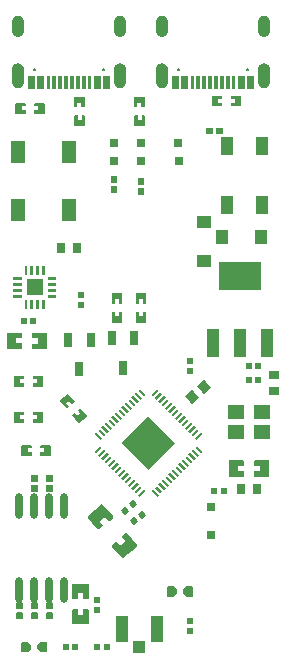
<source format=gtp>
G04 Layer: TopPasteMaskLayer*
G04 EasyEDA Pro v2.2.45.4, 2026-01-02 03:19:05*
G04 Gerber Generator version 0.3*
G04 Scale: 100 percent, Rotated: No, Reflected: No*
G04 Dimensions in millimeters*
G04 Leading zeros omitted, absolute positions, 4 integers and 5 decimals*
G04 Generated by one-click*
%FSLAX45Y45*%
%MOMM*%
%AMRect*21,1,$1,$2,0,0,$3*%
%ADD10R,0.8X0.9*%
%ADD11R,0.8X0.8*%
%ADD12R,1.0X1.2*%
%ADD13R,1.2X1.0*%
%ADD14R,1.05001X2.2*%
%ADD15R,1.0X1.05001*%
%ADD16R,1.0034X1.5*%
%ADD17R,1.0X1.5*%
%ADD18R,0.7X1.25001*%
%ADD19R,1.23X1.85999*%
%ADD20O,0.60899X2.20449*%
%ADD21R,1.05001X2.46499*%
%ADD22R,3.54X2.46499*%
%ADD23R,1.4X1.2*%
%ADD24Rect,0.5X0.54X40.0*%
%ADD25R,0.54X0.5*%
%ADD26R,0.5X0.54*%
%ADD27Rect,0.8X0.9X40.0*%
%ADD28R,0.9X0.8*%
G75*


G04 PolygonModel Start*
G36*
G01X622061Y74602D02*
G01X622061Y102253D01*
G01X649481Y131628D01*
G01X699808Y131628D01*
G01X706209Y125227D01*
G01X706209Y51628D01*
G01X699808Y45227D01*
G01X649481Y45227D01*
G01X622061Y74602D01*
G37*
G36*
G01X570497Y73477D02*
G01X570497Y101128D01*
G01X543077Y130503D01*
G01X492750Y130503D01*
G01X486349Y124102D01*
G01X486349Y50503D01*
G01X492750Y44102D01*
G01X543077Y44102D01*
G01X570497Y73477D01*
G37*
G36*
G01X1853961Y544502D02*
G01X1853961Y572153D01*
G01X1881381Y601528D01*
G01X1931708Y601528D01*
G01X1938109Y595127D01*
G01X1938109Y521528D01*
G01X1931708Y515127D01*
G01X1881381Y515127D01*
G01X1853961Y544502D01*
G37*
G36*
G01X1802397Y543377D02*
G01X1802397Y571028D01*
G01X1774977Y600403D01*
G01X1724650Y600403D01*
G01X1718249Y594002D01*
G01X1718249Y520403D01*
G01X1724650Y514002D01*
G01X1774977Y514002D01*
G01X1802397Y543377D01*
G37*
G36*
G01X1038385Y2045581D02*
G01X986962Y2106864D01*
G01X979916Y2107481D01*
G01X962453Y2092827D01*
G01X986237Y2064484D01*
G01X960957Y2043272D01*
G01X937174Y2071616D01*
G01X918633Y2056058D01*
G01X918019Y2049013D01*
G01X969441Y1987730D01*
G01X976484Y1987114D01*
G01X1037767Y2038537D01*
G01X1038385Y2045581D01*
G37*
G36*
G01X815815Y2170819D02*
G01X867238Y2109536D01*
G01X874284Y2108919D01*
G01X891747Y2123573D01*
G01X867963Y2151916D01*
G01X893243Y2173128D01*
G01X917026Y2144784D01*
G01X935567Y2160342D01*
G01X936181Y2167387D01*
G01X884759Y2228670D01*
G01X877716Y2229286D01*
G01X816433Y2177863D01*
G01X815815Y2170819D01*
G37*
G36*
G01X665602Y2076999D02*
G01X585602Y2076999D01*
G01X580601Y2071997D01*
G01X580601Y2049201D01*
G01X617601Y2049201D01*
G01X617601Y2016201D01*
G01X580601Y2016201D01*
G01X580601Y1991998D01*
G01X585602Y1986999D01*
G01X665602Y1986999D01*
G01X670601Y1991998D01*
G01X670601Y2071997D01*
G01X665602Y2076999D01*
G37*
G36*
G01X426598Y1987001D02*
G01X506598Y1987001D01*
G01X511599Y1992003D01*
G01X511599Y2014799D01*
G01X474599Y2014799D01*
G01X474599Y2047799D01*
G01X511599Y2047799D01*
G01X511599Y2072002D01*
G01X506598Y2077001D01*
G01X426598Y2077001D01*
G01X421599Y2072002D01*
G01X421599Y1992003D01*
G01X426598Y1987001D01*
G37*
G36*
G01X1250401Y3078602D02*
G01X1250401Y2998602D01*
G01X1255403Y2993601D01*
G01X1278199Y2993601D01*
G01X1278199Y3030601D01*
G01X1311199Y3030601D01*
G01X1311199Y2993601D01*
G01X1335402Y2993601D01*
G01X1340401Y2998602D01*
G01X1340401Y3078602D01*
G01X1335402Y3083601D01*
G01X1255403Y3083601D01*
G01X1250401Y3078602D01*
G37*
G36*
G01X1340399Y2839598D02*
G01X1340399Y2919598D01*
G01X1335397Y2924599D01*
G01X1312601Y2924599D01*
G01X1312601Y2887599D01*
G01X1279601Y2887599D01*
G01X1279601Y2924599D01*
G01X1255398Y2924599D01*
G01X1250399Y2919598D01*
G01X1250399Y2839598D01*
G01X1255398Y2834599D01*
G01X1335397Y2834599D01*
G01X1340399Y2839598D01*
G37*
G36*
G01X1543599Y2839598D02*
G01X1543599Y2919598D01*
G01X1538597Y2924599D01*
G01X1515801Y2924599D01*
G01X1515801Y2887599D01*
G01X1482801Y2887599D01*
G01X1482801Y2924599D01*
G01X1458598Y2924599D01*
G01X1453599Y2919598D01*
G01X1453599Y2839598D01*
G01X1458598Y2834599D01*
G01X1538597Y2834599D01*
G01X1543599Y2839598D01*
G37*
G36*
G01X1453601Y3078602D02*
G01X1453601Y2998602D01*
G01X1458603Y2993601D01*
G01X1481399Y2993601D01*
G01X1481399Y3030601D01*
G01X1514399Y3030601D01*
G01X1514399Y2993601D01*
G01X1538602Y2993601D01*
G01X1543601Y2998602D01*
G01X1543601Y3078602D01*
G01X1538602Y3083601D01*
G01X1458603Y3083601D01*
G01X1453601Y3078602D01*
G37*
G36*
G01X1521427Y1421899D02*
G01X1474402Y1374875D01*
G01X1488545Y1360733D01*
G01X1535569Y1407757D01*
G01X1521427Y1421899D01*
G37*
G36*
G01X1323448Y1619878D02*
G01X1276424Y1572854D01*
G01X1290566Y1558711D01*
G01X1337590Y1605736D01*
G01X1323448Y1619878D01*
G37*
G36*
G01X1318854Y1530424D02*
G01X1365878Y1577448D01*
G01X1351736Y1591590D01*
G01X1304711Y1544566D01*
G01X1318854Y1530424D01*
G37*
G36*
G01X1120857Y1728420D02*
G01X1167881Y1775445D01*
G01X1153739Y1789587D01*
G01X1106715Y1742562D01*
G01X1120857Y1728420D01*
G37*
G36*
G01X1493157Y1450169D02*
G01X1446133Y1403145D01*
G01X1460275Y1389003D01*
G01X1507299Y1436027D01*
G01X1493157Y1450169D01*
G37*
G36*
G01X1295160Y1648166D02*
G01X1248136Y1601141D01*
G01X1262278Y1586999D01*
G01X1309302Y1634024D01*
G01X1295160Y1648166D01*
G37*
G36*
G01X1464869Y1478457D02*
G01X1417845Y1431433D01*
G01X1431987Y1417290D01*
G01X1479011Y1464315D01*
G01X1464869Y1478457D01*
G37*
G36*
G01X1266872Y1676453D02*
G01X1219848Y1629429D01*
G01X1233990Y1615287D01*
G01X1281014Y1662311D01*
G01X1266872Y1676453D01*
G37*
G36*
G01X1436581Y1506745D02*
G01X1389557Y1459720D01*
G01X1403699Y1445578D01*
G01X1450723Y1492602D01*
G01X1436581Y1506745D01*
G37*
G36*
G01X1238584Y1704741D02*
G01X1191560Y1657717D01*
G01X1205702Y1643575D01*
G01X1252727Y1690599D01*
G01X1238584Y1704741D01*
G37*
G36*
G01X1347123Y1502154D02*
G01X1394148Y1549178D01*
G01X1380006Y1563320D01*
G01X1332981Y1516296D01*
G01X1347123Y1502154D01*
G37*
G36*
G01X1149145Y1700133D02*
G01X1196169Y1747157D01*
G01X1182027Y1761299D01*
G01X1135003Y1714275D01*
G01X1149145Y1700133D01*
G37*
G36*
G01X1408293Y1535032D02*
G01X1361269Y1488008D01*
G01X1375411Y1473866D01*
G01X1422435Y1520890D01*
G01X1408293Y1535032D01*
G37*
G36*
G01X1210315Y1733011D02*
G01X1163290Y1685987D01*
G01X1177433Y1671845D01*
G01X1224457Y1718869D01*
G01X1210315Y1733011D01*
G37*
G36*
G01X1635636Y1360717D02*
G01X1649778Y1374859D01*
G01X1602755Y1421881D01*
G01X1588613Y1407739D01*
G01X1635636Y1360717D01*
G37*
G36*
G01X1120857Y1903780D02*
G01X1106715Y1889638D01*
G01X1153737Y1842615D01*
G01X1167879Y1856757D01*
G01X1120857Y1903780D01*
G37*
G36*
G01X1663924Y1389004D02*
G01X1678066Y1403147D01*
G01X1631043Y1450169D01*
G01X1616901Y1436027D01*
G01X1663924Y1389004D01*
G37*
G36*
G01X1149145Y1932067D02*
G01X1135003Y1917925D01*
G01X1182025Y1870903D01*
G01X1196167Y1885045D01*
G01X1149145Y1932067D01*
G37*
G36*
G01X1692211Y1417292D02*
G01X1706353Y1431434D01*
G01X1659331Y1478457D01*
G01X1645189Y1464315D01*
G01X1692211Y1417292D01*
G37*
G36*
G01X1177433Y1960355D02*
G01X1163290Y1946213D01*
G01X1210313Y1899191D01*
G01X1224455Y1913333D01*
G01X1177433Y1960355D01*
G37*
G36*
G01X1205702Y1988625D02*
G01X1191560Y1974483D01*
G01X1238583Y1927461D01*
G01X1252725Y1941603D01*
G01X1205702Y1988625D01*
G37*
G36*
G01X1687601Y1506727D02*
G01X1673459Y1492584D01*
G01X1720481Y1445562D01*
G01X1734623Y1459704D01*
G01X1687601Y1506727D01*
G37*
G36*
G01X1748769Y1473850D02*
G01X1762911Y1487992D01*
G01X1715889Y1535014D01*
G01X1701747Y1520872D01*
G01X1748769Y1473850D01*
G37*
G36*
G01X1233990Y2016913D02*
G01X1219848Y2002771D01*
G01X1266870Y1955748D01*
G01X1281013Y1969890D01*
G01X1233990Y2016913D01*
G37*
G36*
G01X1777057Y1502138D02*
G01X1791199Y1516280D01*
G01X1744176Y1563302D01*
G01X1730034Y1549160D01*
G01X1777057Y1502138D01*
G37*
G36*
G01X1262278Y2045201D02*
G01X1248136Y2031059D01*
G01X1295158Y1984036D01*
G01X1309300Y1998178D01*
G01X1262278Y2045201D01*
G37*
G36*
G01X1805345Y1530425D02*
G01X1819487Y1544568D01*
G01X1772464Y1591590D01*
G01X1758322Y1577448D01*
G01X1805345Y1530425D01*
G37*
G36*
G01X1290566Y2073489D02*
G01X1276424Y2059346D01*
G01X1323446Y2012324D01*
G01X1337588Y2026466D01*
G01X1290566Y2073489D01*
G37*
G36*
G01X1833632Y1558713D02*
G01X1847775Y1572855D01*
G01X1800752Y1619878D01*
G01X1786610Y1605736D01*
G01X1833632Y1558713D01*
G37*
G36*
G01X1318854Y2101776D02*
G01X1304711Y2087634D01*
G01X1351734Y2040612D01*
G01X1365876Y2054754D01*
G01X1318854Y2101776D01*
G37*
G36*
G01X1861902Y1586983D02*
G01X1876044Y1601125D01*
G01X1829022Y1648148D01*
G01X1814880Y1634006D01*
G01X1861902Y1586983D01*
G37*
G36*
G01X1347123Y2130046D02*
G01X1332981Y2115904D01*
G01X1380004Y2068882D01*
G01X1394146Y2083024D01*
G01X1347123Y2130046D01*
G37*
G36*
G01X1890190Y1615271D02*
G01X1904332Y1629413D01*
G01X1857310Y1676435D01*
G01X1843168Y1662293D01*
G01X1890190Y1615271D01*
G37*
G36*
G01X1375411Y2158334D02*
G01X1361269Y2144192D01*
G01X1408292Y2097169D01*
G01X1422434Y2111312D01*
G01X1375411Y2158334D01*
G37*
G36*
G01X1403699Y2186622D02*
G01X1389557Y2172480D01*
G01X1436579Y2125457D01*
G01X1450721Y2139599D01*
G01X1403699Y2186622D01*
G37*
G36*
G01X1885598Y1704723D02*
G01X1871455Y1690581D01*
G01X1918478Y1643559D01*
G01X1932620Y1657701D01*
G01X1885598Y1704723D01*
G37*
G36*
G01X1946766Y1671847D02*
G01X1960908Y1685989D01*
G01X1913885Y1733011D01*
G01X1899743Y1718869D01*
G01X1946766Y1671847D01*
G37*
G36*
G01X1431987Y2214910D02*
G01X1417845Y2200767D01*
G01X1464867Y2153745D01*
G01X1479009Y2167887D01*
G01X1431987Y2214910D01*
G37*
G36*
G01X1975053Y1700134D02*
G01X1989196Y1714276D01*
G01X1942173Y1761299D01*
G01X1928031Y1747157D01*
G01X1975053Y1700134D01*
G37*
G36*
G01X1460275Y2243197D02*
G01X1446133Y2229055D01*
G01X1493155Y2182033D01*
G01X1507297Y2196175D01*
G01X1460275Y2243197D01*
G37*
G36*
G01X2003323Y1728404D02*
G01X2017465Y1742546D01*
G01X1970443Y1789569D01*
G01X1956301Y1775427D01*
G01X2003323Y1728404D01*
G37*
G36*
G01X1488545Y2271467D02*
G01X1474402Y2257325D01*
G01X1521425Y2210303D01*
G01X1535567Y2224445D01*
G01X1488545Y2271467D01*
G37*
G36*
G01X1635638Y2271485D02*
G01X1588615Y2224463D01*
G01X1602757Y2210321D01*
G01X1649780Y2257343D01*
G01X1635638Y2271485D01*
G37*
G36*
G01X1833634Y2073489D02*
G01X1786612Y2026466D01*
G01X1800754Y2012324D01*
G01X1847776Y2059346D01*
G01X1833634Y2073489D01*
G37*
G36*
G01X1772466Y2040612D02*
G01X1819489Y2087634D01*
G01X1805346Y2101776D01*
G01X1758324Y2054754D01*
G01X1772466Y2040612D01*
G37*
G36*
G01X1970445Y1842633D02*
G01X2017467Y1889655D01*
G01X2003325Y1903798D01*
G01X1956303Y1856775D01*
G01X1970445Y1842633D01*
G37*
G36*
G01X1663925Y2243197D02*
G01X1616903Y2196175D01*
G01X1631045Y2182033D01*
G01X1678067Y2229055D01*
G01X1663925Y2243197D01*
G37*
G36*
G01X1861904Y2045219D02*
G01X1814882Y1998196D01*
G01X1829024Y1984054D01*
G01X1876046Y2031077D01*
G01X1861904Y2045219D01*
G37*
G36*
G01X1692213Y2214910D02*
G01X1645191Y2167887D01*
G01X1659333Y2153745D01*
G01X1706355Y2200767D01*
G01X1692213Y2214910D01*
G37*
G36*
G01X1890192Y2016931D02*
G01X1843169Y1969908D01*
G01X1857312Y1955766D01*
G01X1904334Y2002789D01*
G01X1890192Y2016931D01*
G37*
G36*
G01X1720483Y2186640D02*
G01X1673461Y2139617D01*
G01X1687603Y2125475D01*
G01X1734625Y2172498D01*
G01X1720483Y2186640D01*
G37*
G36*
G01X1918480Y1988643D02*
G01X1871457Y1941621D01*
G01X1885599Y1927479D01*
G01X1932622Y1974501D01*
G01X1918480Y1988643D01*
G37*
G36*
G01X1744178Y2068900D02*
G01X1791201Y2115922D01*
G01X1777059Y2130064D01*
G01X1730036Y2083042D01*
G01X1744178Y2068900D01*
G37*
G36*
G01X1942175Y1870903D02*
G01X1989197Y1917925D01*
G01X1975055Y1932067D01*
G01X1928033Y1885045D01*
G01X1942175Y1870903D01*
G37*
G36*
G01X1748771Y2158352D02*
G01X1701748Y2111330D01*
G01X1715890Y2097187D01*
G01X1762913Y2144210D01*
G01X1748771Y2158352D01*
G37*
G36*
G01X1946767Y1960355D02*
G01X1899745Y1913333D01*
G01X1913887Y1899191D01*
G01X1960910Y1946213D01*
G01X1946767Y1960355D01*
G37*
G36*
G01X1562082Y1589826D02*
G01X1335808Y1816100D01*
G01X1562082Y2042374D01*
G01X1788356Y1816100D01*
G01X1562082Y1589826D01*
G37*
G36*
G01X878992Y4810663D02*
G01X878992Y4925665D01*
G01X848992Y4925665D01*
G01X848992Y4810663D01*
G01X878992Y4810663D01*
G37*
G36*
G01X798980Y4925665D02*
G01X798980Y4810663D01*
G01X828980Y4810663D01*
G01X828980Y4925665D01*
G01X798980Y4925665D01*
G37*
G36*
G01X679000Y4810663D02*
G01X679000Y4925665D01*
G01X619001Y4925665D01*
G01X619001Y4810663D01*
G01X679000Y4810663D01*
G37*
G36*
G01X928980Y4810663D02*
G01X928980Y4925665D01*
G01X898980Y4925665D01*
G01X898980Y4810663D01*
G01X928980Y4810663D01*
G37*
G36*
G01X978992Y4810663D02*
G01X978992Y4925665D01*
G01X948992Y4925665D01*
G01X948992Y4810663D01*
G01X978992Y4810663D01*
G37*
G36*
G01X748993Y4925665D02*
G01X748993Y4810663D01*
G01X778993Y4810663D01*
G01X778993Y4925665D01*
G01X748993Y4925665D01*
G37*
G36*
G01X1178999Y4925665D02*
G01X1178999Y4810663D01*
G01X1238999Y4810663D01*
G01X1238999Y4925665D01*
G01X1178999Y4925665D01*
G37*
G36*
G01X698980Y4925665D02*
G01X698980Y4810663D01*
G01X728980Y4810663D01*
G01X728980Y4925665D01*
G01X698980Y4925665D01*
G37*
G36*
G01X539001Y4925665D02*
G01X539001Y4810663D01*
G01X599001Y4810663D01*
G01X599001Y4925665D01*
G01X539001Y4925665D01*
G37*
G36*
G01X1099000Y4925665D02*
G01X1099000Y4810663D01*
G01X1158999Y4810663D01*
G01X1158999Y4925665D01*
G01X1099000Y4925665D01*
G37*
G36*
G01X1028979Y4810663D02*
G01X1028979Y4925665D01*
G01X998979Y4925665D01*
G01X998979Y4810663D01*
G01X1028979Y4810663D01*
G37*
G36*
G01X1048992Y4925665D02*
G01X1048992Y4810663D01*
G01X1078992Y4810663D01*
G01X1078992Y4925665D01*
G01X1048992Y4925665D01*
G37*
G36*
G01X453273Y4819767D02*
G01X455762Y4819642D01*
G01X458257Y4819642D01*
G01X460746Y4819767D01*
G01X463227Y4820016D01*
G01X465691Y4820387D01*
G01X468135Y4820882D01*
G01X470550Y4821497D01*
G01X472933Y4822231D01*
G01X475277Y4823084D01*
G01X477573Y4824052D01*
G01X479821Y4825134D01*
G01X482008Y4826325D01*
G01X484137Y4827626D01*
G01X486197Y4829030D01*
G01X488183Y4830536D01*
G01X490093Y4832139D01*
G01X491922Y4833833D01*
G01X493662Y4835619D01*
G01X495313Y4837488D01*
G01X496867Y4839437D01*
G01X498323Y4841461D01*
G01X499674Y4843556D01*
G01X500921Y4845715D01*
G01X502059Y4847933D01*
G01X503083Y4850206D01*
G01X503994Y4852525D01*
G01X504787Y4854890D01*
G01X505463Y4857290D01*
G01X506019Y4859719D01*
G01X506451Y4862175D01*
G01X506760Y4864649D01*
G01X506948Y4867135D01*
G01X507009Y4869627D01*
G01X507009Y4979629D01*
G01X506948Y4982121D01*
G01X506760Y4984608D01*
G01X506451Y4987082D01*
G01X506019Y4989538D01*
G01X505463Y4991966D01*
G01X504787Y4994366D01*
G01X503994Y4996731D01*
G01X503083Y4999050D01*
G01X502059Y5001324D01*
G01X500921Y5003541D01*
G01X499674Y5005700D01*
G01X498323Y5007795D01*
G01X496867Y5009820D01*
G01X495313Y5011768D01*
G01X493662Y5013637D01*
G01X491922Y5015423D01*
G01X490093Y5017117D01*
G01X488183Y5018720D01*
G01X486197Y5020226D01*
G01X484137Y5021631D01*
G01X482008Y5022931D01*
G01X479821Y5024123D01*
G01X477573Y5025205D01*
G01X475277Y5026172D01*
G01X472933Y5027026D01*
G01X470550Y5027760D01*
G01X468135Y5028375D01*
G01X465691Y5028870D01*
G01X463227Y5029241D01*
G01X460746Y5029490D01*
G01X458257Y5029614D01*
G01X455762Y5029614D01*
G01X453273Y5029490D01*
G01X450792Y5029241D01*
G01X448328Y5028870D01*
G01X445884Y5028375D01*
G01X443469Y5027760D01*
G01X441086Y5027026D01*
G01X438742Y5026172D01*
G01X436446Y5025205D01*
G01X434198Y5024123D01*
G01X432008Y5022931D01*
G01X429882Y5021631D01*
G01X427822Y5020226D01*
G01X425836Y5018720D01*
G01X423926Y5017117D01*
G01X422097Y5015423D01*
G01X420357Y5013637D01*
G01X418706Y5011768D01*
G01X417152Y5009820D01*
G01X415696Y5007795D01*
G01X414345Y5005700D01*
G01X413098Y5003541D01*
G01X411960Y5001324D01*
G01X410936Y4999050D01*
G01X410025Y4996731D01*
G01X409232Y4994366D01*
G01X408556Y4991966D01*
G01X408000Y4989538D01*
G01X407568Y4987082D01*
G01X407259Y4984608D01*
G01X407071Y4982121D01*
G01X407010Y4979629D01*
G01X407010Y4869627D01*
G01X407071Y4867135D01*
G01X407259Y4864649D01*
G01X407568Y4862175D01*
G01X408000Y4859719D01*
G01X408556Y4857290D01*
G01X409232Y4854890D01*
G01X410025Y4852525D01*
G01X410936Y4850206D01*
G01X411960Y4847933D01*
G01X413098Y4845715D01*
G01X414345Y4843556D01*
G01X415696Y4841461D01*
G01X417152Y4839437D01*
G01X418706Y4837488D01*
G01X420357Y4835619D01*
G01X422097Y4833833D01*
G01X423926Y4832139D01*
G01X425836Y4830536D01*
G01X427822Y4829030D01*
G01X429882Y4827626D01*
G01X432008Y4826325D01*
G01X434198Y4825134D01*
G01X436446Y4824052D01*
G01X438742Y4823084D01*
G01X441086Y4822231D01*
G01X443469Y4821497D01*
G01X445884Y4820882D01*
G01X448328Y4820387D01*
G01X450792Y4820016D01*
G01X453273Y4819767D01*
G37*
G36*
G01X1317254Y4819767D02*
G01X1319743Y4819642D01*
G01X1322238Y4819642D01*
G01X1324727Y4819767D01*
G01X1327208Y4820016D01*
G01X1329672Y4820387D01*
G01X1332116Y4820882D01*
G01X1334531Y4821497D01*
G01X1336914Y4822231D01*
G01X1339258Y4823084D01*
G01X1341554Y4824052D01*
G01X1343802Y4825134D01*
G01X1345989Y4826325D01*
G01X1348118Y4827626D01*
G01X1350178Y4829030D01*
G01X1352164Y4830536D01*
G01X1354074Y4832139D01*
G01X1355903Y4833833D01*
G01X1357643Y4835619D01*
G01X1359294Y4837488D01*
G01X1360848Y4839437D01*
G01X1362304Y4841461D01*
G01X1363655Y4843556D01*
G01X1364902Y4845715D01*
G01X1366040Y4847933D01*
G01X1367064Y4850206D01*
G01X1367975Y4852525D01*
G01X1368768Y4854890D01*
G01X1369444Y4857290D01*
G01X1370000Y4859719D01*
G01X1370432Y4862175D01*
G01X1370741Y4864649D01*
G01X1370929Y4867135D01*
G01X1370990Y4869627D01*
G01X1370990Y4979629D01*
G01X1370929Y4982121D01*
G01X1370741Y4984608D01*
G01X1370432Y4987082D01*
G01X1370000Y4989538D01*
G01X1369444Y4991966D01*
G01X1368768Y4994366D01*
G01X1367975Y4996731D01*
G01X1367064Y4999050D01*
G01X1366040Y5001324D01*
G01X1364902Y5003541D01*
G01X1363655Y5005700D01*
G01X1362304Y5007795D01*
G01X1360848Y5009820D01*
G01X1359294Y5011768D01*
G01X1357643Y5013637D01*
G01X1355903Y5015423D01*
G01X1354074Y5017117D01*
G01X1352164Y5018720D01*
G01X1350178Y5020226D01*
G01X1348118Y5021631D01*
G01X1345989Y5022931D01*
G01X1343802Y5024123D01*
G01X1341554Y5025205D01*
G01X1339258Y5026172D01*
G01X1336914Y5027026D01*
G01X1334531Y5027760D01*
G01X1332116Y5028375D01*
G01X1329672Y5028870D01*
G01X1327208Y5029241D01*
G01X1324727Y5029490D01*
G01X1322238Y5029614D01*
G01X1319743Y5029614D01*
G01X1317254Y5029490D01*
G01X1314773Y5029241D01*
G01X1312309Y5028870D01*
G01X1309865Y5028375D01*
G01X1307450Y5027760D01*
G01X1305067Y5027026D01*
G01X1302723Y5026172D01*
G01X1300427Y5025205D01*
G01X1298179Y5024123D01*
G01X1295989Y5022931D01*
G01X1293863Y5021631D01*
G01X1291803Y5020226D01*
G01X1289817Y5018720D01*
G01X1287907Y5017117D01*
G01X1286078Y5015423D01*
G01X1284338Y5013637D01*
G01X1282687Y5011768D01*
G01X1281133Y5009820D01*
G01X1279677Y5007795D01*
G01X1278326Y5005700D01*
G01X1277079Y5003541D01*
G01X1275941Y5001324D01*
G01X1274917Y4999050D01*
G01X1274006Y4996731D01*
G01X1273213Y4994366D01*
G01X1272537Y4991966D01*
G01X1271981Y4989538D01*
G01X1271549Y4987082D01*
G01X1271240Y4984608D01*
G01X1271052Y4982121D01*
G01X1270991Y4979629D01*
G01X1270991Y4869627D01*
G01X1271052Y4867135D01*
G01X1271240Y4864649D01*
G01X1271549Y4862175D01*
G01X1271981Y4859719D01*
G01X1272537Y4857290D01*
G01X1273213Y4854890D01*
G01X1274006Y4852525D01*
G01X1274917Y4850206D01*
G01X1275941Y4847933D01*
G01X1277079Y4845715D01*
G01X1278326Y4843556D01*
G01X1279677Y4841461D01*
G01X1281133Y4839437D01*
G01X1282687Y4837488D01*
G01X1284338Y4835619D01*
G01X1286078Y4833833D01*
G01X1287907Y4832139D01*
G01X1289817Y4830536D01*
G01X1291803Y4829030D01*
G01X1293863Y4827626D01*
G01X1295989Y4826325D01*
G01X1298179Y4825134D01*
G01X1300427Y4824052D01*
G01X1302723Y4823084D01*
G01X1305067Y4822231D01*
G01X1307450Y4821497D01*
G01X1309865Y4820882D01*
G01X1312309Y4820387D01*
G01X1314773Y4820016D01*
G01X1317254Y4819767D01*
G37*
G36*
G01X1178621Y4962106D02*
G01X1181120Y4962489D01*
G01X1183493Y4963368D01*
G01X1185639Y4964707D01*
G01X1187473Y4966449D01*
G01X1188918Y4968524D01*
G01X1189914Y4970849D01*
G01X1190424Y4973325D01*
G01X1190424Y4975855D01*
G01X1189914Y4978331D01*
G01X1188918Y4980656D01*
G01X1187473Y4982731D01*
G01X1185639Y4984473D01*
G01X1183493Y4985812D01*
G01X1181120Y4986691D01*
G01X1178621Y4987074D01*
G01X1176096Y4986945D01*
G01X1173648Y4986312D01*
G01X1171377Y4985197D01*
G01X1169378Y4983650D01*
G01X1167729Y4981730D01*
G01X1166503Y4979520D01*
G01X1165746Y4977107D01*
G01X1165489Y4974590D01*
G01X1165746Y4972073D01*
G01X1166503Y4969660D01*
G01X1167729Y4967450D01*
G01X1169378Y4965530D01*
G01X1171377Y4963983D01*
G01X1173648Y4962868D01*
G01X1176096Y4962235D01*
G01X1178621Y4962106D01*
G37*
G36*
G01X598094Y4962235D02*
G01X600619Y4962106D01*
G01X603118Y4962489D01*
G01X605490Y4963368D01*
G01X607637Y4964707D01*
G01X609470Y4966449D01*
G01X610916Y4968524D01*
G01X611911Y4970849D01*
G01X612422Y4973325D01*
G01X612422Y4975855D01*
G01X611911Y4978331D01*
G01X610916Y4980656D01*
G01X609470Y4982731D01*
G01X607637Y4984473D01*
G01X605490Y4985812D01*
G01X603118Y4986691D01*
G01X600619Y4987074D01*
G01X598094Y4986945D01*
G01X595645Y4986312D01*
G01X593374Y4985197D01*
G01X591376Y4983650D01*
G01X589727Y4981730D01*
G01X588500Y4979520D01*
G01X587743Y4977107D01*
G01X587487Y4974590D01*
G01X587743Y4972073D01*
G01X588500Y4969660D01*
G01X589727Y4967450D01*
G01X591376Y4965530D01*
G01X593374Y4963983D01*
G01X595645Y4962868D01*
G01X598094Y4962235D01*
G37*
G36*
G01X458257Y5252651D02*
G01X460746Y5252776D01*
G01X463227Y5253025D01*
G01X465691Y5253396D01*
G01X468135Y5253891D01*
G01X470550Y5254506D01*
G01X472933Y5255240D01*
G01X475277Y5256093D01*
G01X477573Y5257061D01*
G01X479821Y5258143D01*
G01X482008Y5259334D01*
G01X484137Y5260635D01*
G01X486197Y5262039D01*
G01X488183Y5263545D01*
G01X490093Y5265148D01*
G01X491922Y5266842D01*
G01X493662Y5268628D01*
G01X495313Y5270497D01*
G01X496867Y5272446D01*
G01X498323Y5274470D01*
G01X499674Y5276566D01*
G01X500921Y5278725D01*
G01X502059Y5280942D01*
G01X503083Y5283215D01*
G01X503994Y5285534D01*
G01X504787Y5287899D01*
G01X505463Y5290299D01*
G01X506019Y5292728D01*
G01X506451Y5295184D01*
G01X506760Y5297658D01*
G01X506948Y5300144D01*
G01X507009Y5302636D01*
G01X507009Y5382636D01*
G01X506948Y5385128D01*
G01X506760Y5387614D01*
G01X506451Y5390088D01*
G01X506019Y5392544D01*
G01X505463Y5394973D01*
G01X504787Y5397373D01*
G01X503994Y5399738D01*
G01X503083Y5402057D01*
G01X502059Y5404330D01*
G01X500921Y5406547D01*
G01X499674Y5408706D01*
G01X498323Y5410802D01*
G01X496867Y5412826D01*
G01X495313Y5414775D01*
G01X493662Y5416644D01*
G01X491922Y5418430D01*
G01X490093Y5420124D01*
G01X488183Y5421727D01*
G01X486197Y5423233D01*
G01X484137Y5424637D01*
G01X482008Y5425938D01*
G01X479821Y5427129D01*
G01X477573Y5428211D01*
G01X475277Y5429179D01*
G01X472933Y5430032D01*
G01X470550Y5430766D01*
G01X468135Y5431381D01*
G01X465691Y5431876D01*
G01X463227Y5432247D01*
G01X460746Y5432496D01*
G01X458257Y5432621D01*
G01X455762Y5432621D01*
G01X453273Y5432496D01*
G01X450792Y5432247D01*
G01X448328Y5431876D01*
G01X445884Y5431381D01*
G01X443469Y5430766D01*
G01X441086Y5430032D01*
G01X438742Y5429179D01*
G01X436446Y5428211D01*
G01X434198Y5427129D01*
G01X432008Y5425938D01*
G01X429882Y5424637D01*
G01X427822Y5423233D01*
G01X425836Y5421727D01*
G01X423926Y5420124D01*
G01X422097Y5418430D01*
G01X420357Y5416644D01*
G01X418706Y5414775D01*
G01X417152Y5412826D01*
G01X415696Y5410802D01*
G01X414345Y5408706D01*
G01X413098Y5406547D01*
G01X411960Y5404330D01*
G01X410936Y5402057D01*
G01X410025Y5399738D01*
G01X409232Y5397373D01*
G01X408556Y5394973D01*
G01X408000Y5392544D01*
G01X407568Y5390088D01*
G01X407259Y5387614D01*
G01X407071Y5385128D01*
G01X407010Y5382636D01*
G01X407010Y5302636D01*
G01X407071Y5300144D01*
G01X407259Y5297658D01*
G01X407568Y5295184D01*
G01X408000Y5292728D01*
G01X408556Y5290299D01*
G01X409232Y5287899D01*
G01X410025Y5285534D01*
G01X410936Y5283215D01*
G01X411960Y5280942D01*
G01X413098Y5278725D01*
G01X414345Y5276566D01*
G01X415696Y5274470D01*
G01X417152Y5272446D01*
G01X418706Y5270497D01*
G01X420357Y5268628D01*
G01X422097Y5266842D01*
G01X423926Y5265148D01*
G01X425836Y5263545D01*
G01X427822Y5262039D01*
G01X429882Y5260635D01*
G01X432008Y5259334D01*
G01X434198Y5258143D01*
G01X436446Y5257061D01*
G01X438742Y5256093D01*
G01X441086Y5255240D01*
G01X443469Y5254506D01*
G01X445884Y5253891D01*
G01X448328Y5253396D01*
G01X450792Y5253025D01*
G01X453273Y5252776D01*
G01X455762Y5252651D01*
G01X458257Y5252651D01*
G37*
G36*
G01X1317254Y5252776D02*
G01X1319743Y5252651D01*
G01X1322238Y5252651D01*
G01X1324727Y5252776D01*
G01X1327208Y5253025D01*
G01X1329672Y5253396D01*
G01X1332116Y5253891D01*
G01X1334531Y5254506D01*
G01X1336914Y5255240D01*
G01X1339258Y5256093D01*
G01X1341554Y5257061D01*
G01X1343802Y5258143D01*
G01X1345989Y5259334D01*
G01X1348118Y5260635D01*
G01X1350178Y5262039D01*
G01X1352164Y5263545D01*
G01X1354074Y5265148D01*
G01X1355903Y5266842D01*
G01X1357643Y5268628D01*
G01X1359294Y5270497D01*
G01X1360848Y5272446D01*
G01X1362304Y5274470D01*
G01X1363655Y5276566D01*
G01X1364902Y5278725D01*
G01X1366040Y5280942D01*
G01X1367064Y5283215D01*
G01X1367975Y5285534D01*
G01X1368768Y5287899D01*
G01X1369444Y5290299D01*
G01X1370000Y5292728D01*
G01X1370432Y5295184D01*
G01X1370741Y5297658D01*
G01X1370929Y5300144D01*
G01X1370990Y5302636D01*
G01X1370990Y5382636D01*
G01X1370929Y5385128D01*
G01X1370741Y5387614D01*
G01X1370432Y5390088D01*
G01X1370000Y5392544D01*
G01X1369444Y5394973D01*
G01X1368768Y5397373D01*
G01X1367975Y5399738D01*
G01X1367064Y5402057D01*
G01X1366040Y5404330D01*
G01X1364902Y5406547D01*
G01X1363655Y5408706D01*
G01X1362304Y5410802D01*
G01X1360848Y5412826D01*
G01X1359294Y5414775D01*
G01X1357643Y5416644D01*
G01X1355903Y5418430D01*
G01X1354074Y5420124D01*
G01X1352164Y5421727D01*
G01X1350178Y5423233D01*
G01X1348118Y5424637D01*
G01X1345989Y5425938D01*
G01X1343802Y5427129D01*
G01X1341554Y5428211D01*
G01X1339258Y5429179D01*
G01X1336914Y5430032D01*
G01X1334531Y5430766D01*
G01X1332116Y5431381D01*
G01X1329672Y5431876D01*
G01X1327208Y5432247D01*
G01X1324727Y5432496D01*
G01X1322238Y5432621D01*
G01X1319743Y5432621D01*
G01X1317254Y5432496D01*
G01X1314773Y5432247D01*
G01X1312309Y5431876D01*
G01X1309865Y5431381D01*
G01X1307450Y5430766D01*
G01X1305067Y5430032D01*
G01X1302723Y5429179D01*
G01X1300427Y5428211D01*
G01X1298179Y5427129D01*
G01X1295989Y5425938D01*
G01X1293863Y5424637D01*
G01X1291803Y5423233D01*
G01X1289817Y5421727D01*
G01X1287907Y5420124D01*
G01X1286078Y5418430D01*
G01X1284338Y5416644D01*
G01X1282687Y5414775D01*
G01X1281133Y5412826D01*
G01X1279677Y5410802D01*
G01X1278326Y5408706D01*
G01X1277079Y5406547D01*
G01X1275941Y5404330D01*
G01X1274917Y5402057D01*
G01X1274006Y5399738D01*
G01X1273213Y5397373D01*
G01X1272537Y5394973D01*
G01X1271981Y5392544D01*
G01X1271549Y5390088D01*
G01X1271240Y5387614D01*
G01X1271052Y5385128D01*
G01X1270991Y5382636D01*
G01X1270991Y5302636D01*
G01X1271052Y5300144D01*
G01X1271240Y5297658D01*
G01X1271549Y5295184D01*
G01X1271981Y5292728D01*
G01X1272537Y5290299D01*
G01X1273213Y5287899D01*
G01X1274006Y5285534D01*
G01X1274917Y5283215D01*
G01X1275941Y5280942D01*
G01X1277079Y5278725D01*
G01X1278326Y5276566D01*
G01X1279677Y5274470D01*
G01X1281133Y5272446D01*
G01X1282687Y5270497D01*
G01X1284338Y5268628D01*
G01X1286078Y5266842D01*
G01X1287907Y5265148D01*
G01X1289817Y5263545D01*
G01X1291803Y5262039D01*
G01X1293863Y5260635D01*
G01X1295989Y5259334D01*
G01X1298179Y5258143D01*
G01X1300427Y5257061D01*
G01X1302723Y5256093D01*
G01X1305067Y5255240D01*
G01X1307450Y5254506D01*
G01X1309865Y5253891D01*
G01X1312309Y5253396D01*
G01X1314773Y5253025D01*
G01X1317254Y5252776D01*
G37*
G36*
G01X2098192Y4810663D02*
G01X2098192Y4925665D01*
G01X2068192Y4925665D01*
G01X2068192Y4810663D01*
G01X2098192Y4810663D01*
G37*
G36*
G01X2018180Y4925665D02*
G01X2018180Y4810663D01*
G01X2048180Y4810663D01*
G01X2048180Y4925665D01*
G01X2018180Y4925665D01*
G37*
G36*
G01X1898200Y4810663D02*
G01X1898200Y4925665D01*
G01X1838201Y4925665D01*
G01X1838201Y4810663D01*
G01X1898200Y4810663D01*
G37*
G36*
G01X2148180Y4810663D02*
G01X2148180Y4925665D01*
G01X2118180Y4925665D01*
G01X2118180Y4810663D01*
G01X2148180Y4810663D01*
G37*
G36*
G01X2198192Y4810663D02*
G01X2198192Y4925665D01*
G01X2168192Y4925665D01*
G01X2168192Y4810663D01*
G01X2198192Y4810663D01*
G37*
G36*
G01X1968193Y4925665D02*
G01X1968193Y4810663D01*
G01X1998193Y4810663D01*
G01X1998193Y4925665D01*
G01X1968193Y4925665D01*
G37*
G36*
G01X2398199Y4925665D02*
G01X2398199Y4810663D01*
G01X2458199Y4810663D01*
G01X2458199Y4925665D01*
G01X2398199Y4925665D01*
G37*
G36*
G01X1918180Y4925665D02*
G01X1918180Y4810663D01*
G01X1948180Y4810663D01*
G01X1948180Y4925665D01*
G01X1918180Y4925665D01*
G37*
G36*
G01X1758201Y4925665D02*
G01X1758201Y4810663D01*
G01X1818201Y4810663D01*
G01X1818201Y4925665D01*
G01X1758201Y4925665D01*
G37*
G36*
G01X2318200Y4925665D02*
G01X2318200Y4810663D01*
G01X2378199Y4810663D01*
G01X2378199Y4925665D01*
G01X2318200Y4925665D01*
G37*
G36*
G01X2248179Y4810663D02*
G01X2248179Y4925665D01*
G01X2218179Y4925665D01*
G01X2218179Y4810663D01*
G01X2248179Y4810663D01*
G37*
G36*
G01X2268192Y4925665D02*
G01X2268192Y4810663D01*
G01X2298192Y4810663D01*
G01X2298192Y4925665D01*
G01X2268192Y4925665D01*
G37*
G36*
G01X1672473Y4819767D02*
G01X1674962Y4819642D01*
G01X1677457Y4819642D01*
G01X1679946Y4819767D01*
G01X1682427Y4820016D01*
G01X1684891Y4820387D01*
G01X1687335Y4820882D01*
G01X1689750Y4821497D01*
G01X1692133Y4822231D01*
G01X1694477Y4823084D01*
G01X1696773Y4824052D01*
G01X1699021Y4825134D01*
G01X1701208Y4826325D01*
G01X1703337Y4827626D01*
G01X1705397Y4829030D01*
G01X1707383Y4830536D01*
G01X1709293Y4832139D01*
G01X1711122Y4833833D01*
G01X1712862Y4835619D01*
G01X1714513Y4837488D01*
G01X1716067Y4839437D01*
G01X1717523Y4841461D01*
G01X1718874Y4843556D01*
G01X1720121Y4845715D01*
G01X1721259Y4847933D01*
G01X1722283Y4850206D01*
G01X1723194Y4852525D01*
G01X1723987Y4854890D01*
G01X1724663Y4857290D01*
G01X1725219Y4859719D01*
G01X1725651Y4862175D01*
G01X1725960Y4864649D01*
G01X1726148Y4867135D01*
G01X1726209Y4869627D01*
G01X1726209Y4979629D01*
G01X1726148Y4982121D01*
G01X1725960Y4984608D01*
G01X1725651Y4987082D01*
G01X1725219Y4989538D01*
G01X1724663Y4991966D01*
G01X1723987Y4994366D01*
G01X1723194Y4996731D01*
G01X1722283Y4999050D01*
G01X1721259Y5001324D01*
G01X1720121Y5003541D01*
G01X1718874Y5005700D01*
G01X1717523Y5007795D01*
G01X1716067Y5009820D01*
G01X1714513Y5011768D01*
G01X1712862Y5013637D01*
G01X1711122Y5015423D01*
G01X1709293Y5017117D01*
G01X1707383Y5018720D01*
G01X1705397Y5020226D01*
G01X1703337Y5021631D01*
G01X1701208Y5022931D01*
G01X1699021Y5024123D01*
G01X1696773Y5025205D01*
G01X1694477Y5026172D01*
G01X1692133Y5027026D01*
G01X1689750Y5027760D01*
G01X1687335Y5028375D01*
G01X1684891Y5028870D01*
G01X1682427Y5029241D01*
G01X1679946Y5029490D01*
G01X1677457Y5029614D01*
G01X1674962Y5029614D01*
G01X1672473Y5029490D01*
G01X1669992Y5029241D01*
G01X1667528Y5028870D01*
G01X1665084Y5028375D01*
G01X1662669Y5027760D01*
G01X1660286Y5027026D01*
G01X1657942Y5026172D01*
G01X1655646Y5025205D01*
G01X1653398Y5024123D01*
G01X1651208Y5022931D01*
G01X1649082Y5021631D01*
G01X1647022Y5020226D01*
G01X1645036Y5018720D01*
G01X1643126Y5017117D01*
G01X1641297Y5015423D01*
G01X1639557Y5013637D01*
G01X1637906Y5011768D01*
G01X1636352Y5009820D01*
G01X1634896Y5007795D01*
G01X1633545Y5005700D01*
G01X1632298Y5003541D01*
G01X1631160Y5001324D01*
G01X1630136Y4999050D01*
G01X1629225Y4996731D01*
G01X1628432Y4994366D01*
G01X1627756Y4991966D01*
G01X1627200Y4989538D01*
G01X1626768Y4987082D01*
G01X1626459Y4984608D01*
G01X1626271Y4982121D01*
G01X1626210Y4979629D01*
G01X1626210Y4869627D01*
G01X1626271Y4867135D01*
G01X1626459Y4864649D01*
G01X1626768Y4862175D01*
G01X1627200Y4859719D01*
G01X1627756Y4857290D01*
G01X1628432Y4854890D01*
G01X1629225Y4852525D01*
G01X1630136Y4850206D01*
G01X1631160Y4847933D01*
G01X1632298Y4845715D01*
G01X1633545Y4843556D01*
G01X1634896Y4841461D01*
G01X1636352Y4839437D01*
G01X1637906Y4837488D01*
G01X1639557Y4835619D01*
G01X1641297Y4833833D01*
G01X1643126Y4832139D01*
G01X1645036Y4830536D01*
G01X1647022Y4829030D01*
G01X1649082Y4827626D01*
G01X1651208Y4826325D01*
G01X1653398Y4825134D01*
G01X1655646Y4824052D01*
G01X1657942Y4823084D01*
G01X1660286Y4822231D01*
G01X1662669Y4821497D01*
G01X1665084Y4820882D01*
G01X1667528Y4820387D01*
G01X1669992Y4820016D01*
G01X1672473Y4819767D01*
G37*
G36*
G01X2536454Y4819767D02*
G01X2538943Y4819642D01*
G01X2541438Y4819642D01*
G01X2543927Y4819767D01*
G01X2546408Y4820016D01*
G01X2548872Y4820387D01*
G01X2551316Y4820882D01*
G01X2553731Y4821497D01*
G01X2556114Y4822231D01*
G01X2558458Y4823084D01*
G01X2560754Y4824052D01*
G01X2563002Y4825134D01*
G01X2565189Y4826325D01*
G01X2567318Y4827626D01*
G01X2569378Y4829030D01*
G01X2571364Y4830536D01*
G01X2573274Y4832139D01*
G01X2575103Y4833833D01*
G01X2576843Y4835619D01*
G01X2578494Y4837488D01*
G01X2580048Y4839437D01*
G01X2581504Y4841461D01*
G01X2582855Y4843556D01*
G01X2584102Y4845715D01*
G01X2585240Y4847933D01*
G01X2586264Y4850206D01*
G01X2587175Y4852525D01*
G01X2587968Y4854890D01*
G01X2588644Y4857290D01*
G01X2589200Y4859719D01*
G01X2589632Y4862175D01*
G01X2589941Y4864649D01*
G01X2590129Y4867135D01*
G01X2590190Y4869627D01*
G01X2590190Y4979629D01*
G01X2590129Y4982121D01*
G01X2589941Y4984608D01*
G01X2589632Y4987082D01*
G01X2589200Y4989538D01*
G01X2588644Y4991966D01*
G01X2587968Y4994366D01*
G01X2587175Y4996731D01*
G01X2586264Y4999050D01*
G01X2585240Y5001324D01*
G01X2584102Y5003541D01*
G01X2582855Y5005700D01*
G01X2581504Y5007795D01*
G01X2580048Y5009820D01*
G01X2578494Y5011768D01*
G01X2576843Y5013637D01*
G01X2575103Y5015423D01*
G01X2573274Y5017117D01*
G01X2571364Y5018720D01*
G01X2569378Y5020226D01*
G01X2567318Y5021631D01*
G01X2565189Y5022931D01*
G01X2563002Y5024123D01*
G01X2560754Y5025205D01*
G01X2558458Y5026172D01*
G01X2556114Y5027026D01*
G01X2553731Y5027760D01*
G01X2551316Y5028375D01*
G01X2548872Y5028870D01*
G01X2546408Y5029241D01*
G01X2543927Y5029490D01*
G01X2541438Y5029614D01*
G01X2538943Y5029614D01*
G01X2536454Y5029490D01*
G01X2533973Y5029241D01*
G01X2531509Y5028870D01*
G01X2529065Y5028375D01*
G01X2526650Y5027760D01*
G01X2524267Y5027026D01*
G01X2521923Y5026172D01*
G01X2519627Y5025205D01*
G01X2517379Y5024123D01*
G01X2515189Y5022931D01*
G01X2513063Y5021631D01*
G01X2511003Y5020226D01*
G01X2509017Y5018720D01*
G01X2507107Y5017117D01*
G01X2505278Y5015423D01*
G01X2503538Y5013637D01*
G01X2501887Y5011768D01*
G01X2500333Y5009820D01*
G01X2498877Y5007795D01*
G01X2497526Y5005700D01*
G01X2496279Y5003541D01*
G01X2495141Y5001324D01*
G01X2494117Y4999050D01*
G01X2493206Y4996731D01*
G01X2492413Y4994366D01*
G01X2491737Y4991966D01*
G01X2491181Y4989538D01*
G01X2490749Y4987082D01*
G01X2490440Y4984608D01*
G01X2490252Y4982121D01*
G01X2490191Y4979629D01*
G01X2490191Y4869627D01*
G01X2490252Y4867135D01*
G01X2490440Y4864649D01*
G01X2490749Y4862175D01*
G01X2491181Y4859719D01*
G01X2491737Y4857290D01*
G01X2492413Y4854890D01*
G01X2493206Y4852525D01*
G01X2494117Y4850206D01*
G01X2495141Y4847933D01*
G01X2496279Y4845715D01*
G01X2497526Y4843556D01*
G01X2498877Y4841461D01*
G01X2500333Y4839437D01*
G01X2501887Y4837488D01*
G01X2503538Y4835619D01*
G01X2505278Y4833833D01*
G01X2507107Y4832139D01*
G01X2509017Y4830536D01*
G01X2511003Y4829030D01*
G01X2513063Y4827626D01*
G01X2515189Y4826325D01*
G01X2517379Y4825134D01*
G01X2519627Y4824052D01*
G01X2521923Y4823084D01*
G01X2524267Y4822231D01*
G01X2526650Y4821497D01*
G01X2529065Y4820882D01*
G01X2531509Y4820387D01*
G01X2533973Y4820016D01*
G01X2536454Y4819767D01*
G37*
G36*
G01X2397821Y4962106D02*
G01X2400320Y4962489D01*
G01X2402693Y4963368D01*
G01X2404839Y4964707D01*
G01X2406673Y4966449D01*
G01X2408118Y4968524D01*
G01X2409114Y4970849D01*
G01X2409624Y4973325D01*
G01X2409624Y4975855D01*
G01X2409114Y4978331D01*
G01X2408118Y4980656D01*
G01X2406673Y4982731D01*
G01X2404839Y4984473D01*
G01X2402693Y4985812D01*
G01X2400320Y4986691D01*
G01X2397821Y4987074D01*
G01X2395296Y4986945D01*
G01X2392848Y4986312D01*
G01X2390577Y4985197D01*
G01X2388578Y4983650D01*
G01X2386929Y4981730D01*
G01X2385703Y4979520D01*
G01X2384946Y4977107D01*
G01X2384689Y4974590D01*
G01X2384946Y4972073D01*
G01X2385703Y4969660D01*
G01X2386929Y4967450D01*
G01X2388578Y4965530D01*
G01X2390577Y4963983D01*
G01X2392848Y4962868D01*
G01X2395296Y4962235D01*
G01X2397821Y4962106D01*
G37*
G36*
G01X1817294Y4962235D02*
G01X1819819Y4962106D01*
G01X1822318Y4962489D01*
G01X1824690Y4963368D01*
G01X1826837Y4964707D01*
G01X1828670Y4966449D01*
G01X1830116Y4968524D01*
G01X1831111Y4970849D01*
G01X1831622Y4973325D01*
G01X1831622Y4975855D01*
G01X1831111Y4978331D01*
G01X1830116Y4980656D01*
G01X1828670Y4982731D01*
G01X1826837Y4984473D01*
G01X1824690Y4985812D01*
G01X1822318Y4986691D01*
G01X1819819Y4987074D01*
G01X1817294Y4986945D01*
G01X1814845Y4986312D01*
G01X1812574Y4985197D01*
G01X1810576Y4983650D01*
G01X1808927Y4981730D01*
G01X1807700Y4979520D01*
G01X1806943Y4977107D01*
G01X1806687Y4974590D01*
G01X1806943Y4972073D01*
G01X1807700Y4969660D01*
G01X1808927Y4967450D01*
G01X1810576Y4965530D01*
G01X1812574Y4963983D01*
G01X1814845Y4962868D01*
G01X1817294Y4962235D01*
G37*
G36*
G01X1677457Y5252651D02*
G01X1679946Y5252776D01*
G01X1682427Y5253025D01*
G01X1684891Y5253396D01*
G01X1687335Y5253891D01*
G01X1689750Y5254506D01*
G01X1692133Y5255240D01*
G01X1694477Y5256093D01*
G01X1696773Y5257061D01*
G01X1699021Y5258143D01*
G01X1701208Y5259334D01*
G01X1703337Y5260635D01*
G01X1705397Y5262039D01*
G01X1707383Y5263545D01*
G01X1709293Y5265148D01*
G01X1711122Y5266842D01*
G01X1712862Y5268628D01*
G01X1714513Y5270497D01*
G01X1716067Y5272446D01*
G01X1717523Y5274470D01*
G01X1718874Y5276566D01*
G01X1720121Y5278725D01*
G01X1721259Y5280942D01*
G01X1722283Y5283215D01*
G01X1723194Y5285534D01*
G01X1723987Y5287899D01*
G01X1724663Y5290299D01*
G01X1725219Y5292728D01*
G01X1725651Y5295184D01*
G01X1725960Y5297658D01*
G01X1726148Y5300144D01*
G01X1726209Y5302636D01*
G01X1726209Y5382636D01*
G01X1726148Y5385128D01*
G01X1725960Y5387614D01*
G01X1725651Y5390088D01*
G01X1725219Y5392544D01*
G01X1724663Y5394973D01*
G01X1723987Y5397373D01*
G01X1723194Y5399738D01*
G01X1722283Y5402057D01*
G01X1721259Y5404330D01*
G01X1720121Y5406547D01*
G01X1718874Y5408706D01*
G01X1717523Y5410802D01*
G01X1716067Y5412826D01*
G01X1714513Y5414775D01*
G01X1712862Y5416644D01*
G01X1711122Y5418430D01*
G01X1709293Y5420124D01*
G01X1707383Y5421727D01*
G01X1705397Y5423233D01*
G01X1703337Y5424637D01*
G01X1701208Y5425938D01*
G01X1699021Y5427129D01*
G01X1696773Y5428211D01*
G01X1694477Y5429179D01*
G01X1692133Y5430032D01*
G01X1689750Y5430766D01*
G01X1687335Y5431381D01*
G01X1684891Y5431876D01*
G01X1682427Y5432247D01*
G01X1679946Y5432496D01*
G01X1677457Y5432621D01*
G01X1674962Y5432621D01*
G01X1672473Y5432496D01*
G01X1669992Y5432247D01*
G01X1667528Y5431876D01*
G01X1665084Y5431381D01*
G01X1662669Y5430766D01*
G01X1660286Y5430032D01*
G01X1657942Y5429179D01*
G01X1655646Y5428211D01*
G01X1653398Y5427129D01*
G01X1651208Y5425938D01*
G01X1649082Y5424637D01*
G01X1647022Y5423233D01*
G01X1645036Y5421727D01*
G01X1643126Y5420124D01*
G01X1641297Y5418430D01*
G01X1639557Y5416644D01*
G01X1637906Y5414775D01*
G01X1636352Y5412826D01*
G01X1634896Y5410802D01*
G01X1633545Y5408706D01*
G01X1632298Y5406547D01*
G01X1631160Y5404330D01*
G01X1630136Y5402057D01*
G01X1629225Y5399738D01*
G01X1628432Y5397373D01*
G01X1627756Y5394973D01*
G01X1627200Y5392544D01*
G01X1626768Y5390088D01*
G01X1626459Y5387614D01*
G01X1626271Y5385128D01*
G01X1626210Y5382636D01*
G01X1626210Y5302636D01*
G01X1626271Y5300144D01*
G01X1626459Y5297658D01*
G01X1626768Y5295184D01*
G01X1627200Y5292728D01*
G01X1627756Y5290299D01*
G01X1628432Y5287899D01*
G01X1629225Y5285534D01*
G01X1630136Y5283215D01*
G01X1631160Y5280942D01*
G01X1632298Y5278725D01*
G01X1633545Y5276566D01*
G01X1634896Y5274470D01*
G01X1636352Y5272446D01*
G01X1637906Y5270497D01*
G01X1639557Y5268628D01*
G01X1641297Y5266842D01*
G01X1643126Y5265148D01*
G01X1645036Y5263545D01*
G01X1647022Y5262039D01*
G01X1649082Y5260635D01*
G01X1651208Y5259334D01*
G01X1653398Y5258143D01*
G01X1655646Y5257061D01*
G01X1657942Y5256093D01*
G01X1660286Y5255240D01*
G01X1662669Y5254506D01*
G01X1665084Y5253891D01*
G01X1667528Y5253396D01*
G01X1669992Y5253025D01*
G01X1672473Y5252776D01*
G01X1674962Y5252651D01*
G01X1677457Y5252651D01*
G37*
G36*
G01X2536454Y5252776D02*
G01X2538943Y5252651D01*
G01X2541438Y5252651D01*
G01X2543927Y5252776D01*
G01X2546408Y5253025D01*
G01X2548872Y5253396D01*
G01X2551316Y5253891D01*
G01X2553731Y5254506D01*
G01X2556114Y5255240D01*
G01X2558458Y5256093D01*
G01X2560754Y5257061D01*
G01X2563002Y5258143D01*
G01X2565189Y5259334D01*
G01X2567318Y5260635D01*
G01X2569378Y5262039D01*
G01X2571364Y5263545D01*
G01X2573274Y5265148D01*
G01X2575103Y5266842D01*
G01X2576843Y5268628D01*
G01X2578494Y5270497D01*
G01X2580048Y5272446D01*
G01X2581504Y5274470D01*
G01X2582855Y5276566D01*
G01X2584102Y5278725D01*
G01X2585240Y5280942D01*
G01X2586264Y5283215D01*
G01X2587175Y5285534D01*
G01X2587968Y5287899D01*
G01X2588644Y5290299D01*
G01X2589200Y5292728D01*
G01X2589632Y5295184D01*
G01X2589941Y5297658D01*
G01X2590129Y5300144D01*
G01X2590190Y5302636D01*
G01X2590190Y5382636D01*
G01X2590129Y5385128D01*
G01X2589941Y5387614D01*
G01X2589632Y5390088D01*
G01X2589200Y5392544D01*
G01X2588644Y5394973D01*
G01X2587968Y5397373D01*
G01X2587175Y5399738D01*
G01X2586264Y5402057D01*
G01X2585240Y5404330D01*
G01X2584102Y5406547D01*
G01X2582855Y5408706D01*
G01X2581504Y5410802D01*
G01X2580048Y5412826D01*
G01X2578494Y5414775D01*
G01X2576843Y5416644D01*
G01X2575103Y5418430D01*
G01X2573274Y5420124D01*
G01X2571364Y5421727D01*
G01X2569378Y5423233D01*
G01X2567318Y5424637D01*
G01X2565189Y5425938D01*
G01X2563002Y5427129D01*
G01X2560754Y5428211D01*
G01X2558458Y5429179D01*
G01X2556114Y5430032D01*
G01X2553731Y5430766D01*
G01X2551316Y5431381D01*
G01X2548872Y5431876D01*
G01X2546408Y5432247D01*
G01X2543927Y5432496D01*
G01X2541438Y5432621D01*
G01X2538943Y5432621D01*
G01X2536454Y5432496D01*
G01X2533973Y5432247D01*
G01X2531509Y5431876D01*
G01X2529065Y5431381D01*
G01X2526650Y5430766D01*
G01X2524267Y5430032D01*
G01X2521923Y5429179D01*
G01X2519627Y5428211D01*
G01X2517379Y5427129D01*
G01X2515189Y5425938D01*
G01X2513063Y5424637D01*
G01X2511003Y5423233D01*
G01X2509017Y5421727D01*
G01X2507107Y5420124D01*
G01X2505278Y5418430D01*
G01X2503538Y5416644D01*
G01X2501887Y5414775D01*
G01X2500333Y5412826D01*
G01X2498877Y5410802D01*
G01X2497526Y5408706D01*
G01X2496279Y5406547D01*
G01X2495141Y5404330D01*
G01X2494117Y5402057D01*
G01X2493206Y5399738D01*
G01X2492413Y5397373D01*
G01X2491737Y5394973D01*
G01X2491181Y5392544D01*
G01X2490749Y5390088D01*
G01X2490440Y5387614D01*
G01X2490252Y5385128D01*
G01X2490191Y5382636D01*
G01X2490191Y5302636D01*
G01X2490252Y5300144D01*
G01X2490440Y5297658D01*
G01X2490749Y5295184D01*
G01X2491181Y5292728D01*
G01X2491737Y5290299D01*
G01X2492413Y5287899D01*
G01X2493206Y5285534D01*
G01X2494117Y5283215D01*
G01X2495141Y5280942D01*
G01X2496279Y5278725D01*
G01X2497526Y5276566D01*
G01X2498877Y5274470D01*
G01X2500333Y5272446D01*
G01X2501887Y5270497D01*
G01X2503538Y5268628D01*
G01X2505278Y5266842D01*
G01X2507107Y5265148D01*
G01X2509017Y5263545D01*
G01X2511003Y5262039D01*
G01X2513063Y5260635D01*
G01X2515189Y5259334D01*
G01X2517379Y5258143D01*
G01X2519627Y5257061D01*
G01X2521923Y5256093D01*
G01X2524267Y5255240D01*
G01X2526650Y5254506D01*
G01X2529065Y5253891D01*
G01X2531509Y5253396D01*
G01X2533973Y5253025D01*
G01X2536454Y5252776D01*
G37*
G36*
G01X532252Y3200718D02*
G01X668254Y3200718D01*
G01X668254Y3064716D01*
G01X532252Y3064716D01*
G01X532252Y3200718D01*
G37*
G36*
G01X492732Y3195213D02*
G01X492732Y3220215D01*
G01X417733Y3220215D01*
G01X417733Y3195213D01*
G01X492732Y3195213D01*
G37*
G36*
G01X492732Y3145226D02*
G01X492732Y3170227D01*
G01X417733Y3170227D01*
G01X417733Y3145226D01*
G01X492732Y3145226D01*
G37*
G36*
G01X492732Y3095214D02*
G01X492732Y3120215D01*
G01X417733Y3120215D01*
G01X417733Y3095214D01*
G01X492732Y3095214D01*
G37*
G36*
G01X492732Y3045226D02*
G01X492732Y3070228D01*
G01X417733Y3070228D01*
G01X417733Y3045226D01*
G01X492732Y3045226D01*
G37*
G36*
G01X782724Y3195213D02*
G01X782724Y3220215D01*
G01X707725Y3220215D01*
G01X707725Y3195213D01*
G01X782724Y3195213D01*
G37*
G36*
G01X782724Y3145226D02*
G01X782724Y3170227D01*
G01X707725Y3170227D01*
G01X707725Y3145226D01*
G01X782724Y3145226D01*
G37*
G36*
G01X782724Y3095214D02*
G01X782724Y3120215D01*
G01X707725Y3120215D01*
G01X707725Y3095214D01*
G01X782724Y3095214D01*
G37*
G36*
G01X782724Y3045226D02*
G01X782724Y3070228D01*
G01X707725Y3070228D01*
G01X707725Y3045226D01*
G01X782724Y3045226D01*
G37*
G36*
G01X537807Y3315218D02*
G01X512806Y3315218D01*
G01X512806Y3240220D01*
G01X537807Y3240220D01*
G01X537807Y3315218D01*
G37*
G36*
G01X587794Y3315218D02*
G01X562793Y3315218D01*
G01X562793Y3240220D01*
G01X587794Y3240220D01*
G01X587794Y3315218D01*
G37*
G36*
G01X637807Y3315218D02*
G01X612805Y3315218D01*
G01X612805Y3240220D01*
G01X637807Y3240220D01*
G01X637807Y3315218D01*
G37*
G36*
G01X687794Y3315218D02*
G01X662793Y3315218D01*
G01X662793Y3240220D01*
G01X687794Y3240220D01*
G01X687794Y3315218D01*
G37*
G36*
G01X537883Y3025226D02*
G01X512882Y3025226D01*
G01X512882Y2950228D01*
G01X537883Y2950228D01*
G01X537883Y3025226D01*
G37*
G36*
G01X587870Y3025226D02*
G01X562869Y3025226D01*
G01X562869Y2950228D01*
G01X587870Y2950228D01*
G01X587870Y3025226D01*
G37*
G36*
G01X637883Y3025226D02*
G01X612882Y3025226D01*
G01X612882Y2950228D01*
G01X637883Y2950228D01*
G01X637883Y3025226D01*
G37*
G36*
G01X687870Y3025226D02*
G01X662869Y3025226D01*
G01X662869Y2950228D01*
G01X687870Y2950228D01*
G01X687870Y3025226D01*
G37*
G36*
G01X1049398Y281501D02*
G01X921400Y281501D01*
G01X916399Y286502D01*
G01X916399Y401503D01*
G01X921400Y406502D01*
G01X962403Y407005D01*
G01X962403Y362003D01*
G01X1007402Y362003D01*
G01X1007402Y406004D01*
G01X1049398Y406502D01*
G01X1054400Y401503D01*
G01X1054400Y286502D01*
G01X1049398Y281501D01*
G37*
G36*
G01X921398Y622496D02*
G01X1049396Y622496D01*
G01X1054397Y617494D01*
G01X1054397Y502493D01*
G01X1049396Y497495D01*
G01X1008393Y496992D01*
G01X1008393Y541993D01*
G01X963394Y541993D01*
G01X963394Y497992D01*
G01X921398Y497495D01*
G01X916396Y502493D01*
G01X916396Y617494D01*
G01X921398Y622496D01*
G37*
G36*
G01X2242503Y1536200D02*
G01X2242503Y1664198D01*
G01X2247504Y1669199D01*
G01X2362505Y1669199D01*
G01X2367504Y1664198D01*
G01X2368006Y1623195D01*
G01X2323005Y1623195D01*
G01X2323005Y1578196D01*
G01X2367006Y1578196D01*
G01X2367504Y1536200D01*
G01X2362505Y1531198D01*
G01X2247504Y1531198D01*
G01X2242503Y1536200D01*
G37*
G36*
G01X2583498Y1664200D02*
G01X2583498Y1536202D01*
G01X2578496Y1531201D01*
G01X2463495Y1531201D01*
G01X2458496Y1536202D01*
G01X2457994Y1577205D01*
G01X2502995Y1577205D01*
G01X2502995Y1622204D01*
G01X2458994Y1622204D01*
G01X2458496Y1664200D01*
G01X2463495Y1669202D01*
G01X2578496Y1669202D01*
G01X2583498Y1664200D01*
G37*
G36*
G01X1253411Y952576D02*
G01X1281775Y976376D01*
G01X1295863Y975143D01*
G01X1315462Y951786D01*
G01X1329550Y950554D01*
G01X1359234Y975462D01*
G01X1360467Y989550D01*
G01X1340868Y1012907D01*
G01X1342101Y1026995D01*
G01X1370464Y1050795D01*
G01X1384552Y1049562D01*
G01X1467150Y951127D01*
G01X1465917Y937038D01*
G01X1348864Y838819D01*
G01X1334776Y840052D01*
G01X1252179Y938488D01*
G01X1253411Y952576D01*
G37*
G36*
G01X1144136Y1082805D02*
G01X1172499Y1106605D01*
G01X1173732Y1120693D01*
G01X1154133Y1144050D01*
G01X1155366Y1158138D01*
G01X1185050Y1183046D01*
G01X1199138Y1181814D01*
G01X1218737Y1158457D01*
G01X1232825Y1157224D01*
G01X1261189Y1181024D01*
G01X1262421Y1195112D01*
G01X1179824Y1293548D01*
G01X1165736Y1294781D01*
G01X1048683Y1196562D01*
G01X1047450Y1182473D01*
G01X1130048Y1084038D01*
G01X1144136Y1082805D01*
G37*
G36*
G01X703898Y2743700D02*
G01X703898Y2615702D01*
G01X698896Y2610701D01*
G01X583895Y2610701D01*
G01X578896Y2615702D01*
G01X578394Y2656705D01*
G01X623395Y2656705D01*
G01X623395Y2701704D01*
G01X579394Y2701704D01*
G01X578896Y2743700D01*
G01X583895Y2748702D01*
G01X698896Y2748702D01*
G01X703898Y2743700D01*
G37*
G36*
G01X362903Y2615700D02*
G01X362903Y2743698D01*
G01X367904Y2748699D01*
G01X482905Y2748699D01*
G01X487904Y2743698D01*
G01X488406Y2702695D01*
G01X443405Y2702695D01*
G01X443405Y2657696D01*
G01X487406Y2657696D01*
G01X487904Y2615700D01*
G01X482905Y2610698D01*
G01X367904Y2610698D01*
G01X362903Y2615700D01*
G37*
G36*
G01X746900Y407200D02*
G01X700900Y407200D01*
G01X696900Y411201D01*
G01X696900Y461264D01*
G01X700900Y465265D01*
G01X746900Y465265D01*
G01X750900Y461264D01*
G01X750900Y411201D01*
G01X746900Y407200D01*
G37*
G36*
G01X746900Y380200D02*
G01X700900Y380200D01*
G01X696900Y376199D01*
G01X696900Y326136D01*
G01X700900Y322136D01*
G01X746900Y322136D01*
G01X750900Y326136D01*
G01X750900Y376199D01*
G01X746900Y380200D01*
G37*
G36*
G01X573900Y1459700D02*
G01X619900Y1459700D01*
G01X623900Y1455699D01*
G01X623900Y1405636D01*
G01X619900Y1401636D01*
G01X573900Y1401636D01*
G01X569900Y1405636D01*
G01X569900Y1455699D01*
G01X573900Y1459700D01*
G37*
G36*
G01X573900Y1486700D02*
G01X619900Y1486700D01*
G01X623900Y1490701D01*
G01X623900Y1540764D01*
G01X619900Y1544765D01*
G01X573900Y1544765D01*
G01X569900Y1540764D01*
G01X569900Y1490701D01*
G01X573900Y1486700D01*
G37*
G36*
G01X619900Y407200D02*
G01X573900Y407200D01*
G01X569900Y411201D01*
G01X569900Y461264D01*
G01X573900Y465265D01*
G01X619900Y465265D01*
G01X623900Y461264D01*
G01X623900Y411201D01*
G01X619900Y407200D01*
G37*
G36*
G01X619900Y380200D02*
G01X573900Y380200D01*
G01X569900Y376199D01*
G01X569900Y326136D01*
G01X573900Y322136D01*
G01X619900Y322136D01*
G01X623900Y326136D01*
G01X623900Y376199D01*
G01X619900Y380200D01*
G37*
G36*
G01X700900Y1459700D02*
G01X746900Y1459700D01*
G01X750900Y1455699D01*
G01X750900Y1405636D01*
G01X746900Y1401636D01*
G01X700900Y1401636D01*
G01X696900Y1405636D01*
G01X696900Y1455699D01*
G01X700900Y1459700D01*
G37*
G36*
G01X700900Y1486700D02*
G01X746900Y1486700D01*
G01X750900Y1490701D01*
G01X750900Y1540764D01*
G01X746900Y1544765D01*
G01X700900Y1544765D01*
G01X696900Y1540764D01*
G01X696900Y1490701D01*
G01X700900Y1486700D01*
G37*
G36*
G01X492900Y407200D02*
G01X446900Y407200D01*
G01X442900Y411201D01*
G01X442900Y461264D01*
G01X446900Y465265D01*
G01X492900Y465265D01*
G01X496900Y461264D01*
G01X496900Y411201D01*
G01X492900Y407200D01*
G37*
G36*
G01X492900Y380200D02*
G01X446900Y380200D01*
G01X442900Y376199D01*
G01X442900Y326136D01*
G01X446900Y322136D01*
G01X492900Y322136D01*
G01X496900Y326136D01*
G01X496900Y376199D01*
G01X492900Y380200D01*
G37*
G36*
G01X2172500Y1386700D02*
G01X2172500Y1432700D01*
G01X2176501Y1436700D01*
G01X2226564Y1436700D01*
G01X2230565Y1432700D01*
G01X2230565Y1386700D01*
G01X2226564Y1382700D01*
G01X2176501Y1382700D01*
G01X2172500Y1386700D01*
G37*
G36*
G01X2145500Y1386700D02*
G01X2145500Y1432700D01*
G01X2141499Y1436700D01*
G01X2091436Y1436700D01*
G01X2087436Y1432700D01*
G01X2087436Y1386700D01*
G01X2091436Y1382700D01*
G01X2141499Y1382700D01*
G01X2145500Y1386700D01*
G37*
G36*
G01X932901Y4742302D02*
G01X932901Y4662302D01*
G01X937903Y4657301D01*
G01X960699Y4657301D01*
G01X960699Y4694301D01*
G01X993699Y4694301D01*
G01X993699Y4657301D01*
G01X1017902Y4657301D01*
G01X1022901Y4662302D01*
G01X1022901Y4742302D01*
G01X1017902Y4747301D01*
G01X937903Y4747301D01*
G01X932901Y4742302D01*
G37*
G36*
G01X1022899Y4503298D02*
G01X1022899Y4583298D01*
G01X1017897Y4588299D01*
G01X995101Y4588299D01*
G01X995101Y4551299D01*
G01X962101Y4551299D01*
G01X962101Y4588299D01*
G01X937898Y4588299D01*
G01X932899Y4583298D01*
G01X932899Y4503298D01*
G01X937898Y4498299D01*
G01X1017897Y4498299D01*
G01X1022899Y4503298D01*
G37*
G36*
G01X1440901Y4742302D02*
G01X1440901Y4662302D01*
G01X1445903Y4657301D01*
G01X1468699Y4657301D01*
G01X1468699Y4694301D01*
G01X1501699Y4694301D01*
G01X1501699Y4657301D01*
G01X1525902Y4657301D01*
G01X1530901Y4662302D01*
G01X1530901Y4742302D01*
G01X1525902Y4747301D01*
G01X1445903Y4747301D01*
G01X1440901Y4742302D01*
G37*
G36*
G01X1530899Y4503298D02*
G01X1530899Y4583298D01*
G01X1525897Y4588299D01*
G01X1503101Y4588299D01*
G01X1503101Y4551299D01*
G01X1470101Y4551299D01*
G01X1470101Y4588299D01*
G01X1445898Y4588299D01*
G01X1440899Y4583298D01*
G01X1440899Y4503298D01*
G01X1445898Y4498299D01*
G01X1525897Y4498299D01*
G01X1530899Y4503298D01*
G37*
G36*
G01X2342002Y4756699D02*
G01X2262002Y4756699D01*
G01X2257001Y4751697D01*
G01X2257001Y4728901D01*
G01X2294001Y4728901D01*
G01X2294001Y4695901D01*
G01X2257001Y4695901D01*
G01X2257001Y4671698D01*
G01X2262002Y4666699D01*
G01X2342002Y4666699D01*
G01X2347001Y4671698D01*
G01X2347001Y4751697D01*
G01X2342002Y4756699D01*
G37*
G36*
G01X2102998Y4666701D02*
G01X2182998Y4666701D01*
G01X2187999Y4671703D01*
G01X2187999Y4694499D01*
G01X2150999Y4694499D01*
G01X2150999Y4727499D01*
G01X2187999Y4727499D01*
G01X2187999Y4751702D01*
G01X2182998Y4756701D01*
G01X2102998Y4756701D01*
G01X2097999Y4751702D01*
G01X2097999Y4671703D01*
G01X2102998Y4666701D01*
G37*
G36*
G01X678302Y4693199D02*
G01X598302Y4693199D01*
G01X593301Y4688197D01*
G01X593301Y4665401D01*
G01X630301Y4665401D01*
G01X630301Y4632401D01*
G01X593301Y4632401D01*
G01X593301Y4608198D01*
G01X598302Y4603199D01*
G01X678302Y4603199D01*
G01X683301Y4608198D01*
G01X683301Y4688197D01*
G01X678302Y4693199D01*
G37*
G36*
G01X439298Y4603201D02*
G01X519298Y4603201D01*
G01X524299Y4608203D01*
G01X524299Y4630999D01*
G01X487299Y4630999D01*
G01X487299Y4663999D01*
G01X524299Y4663999D01*
G01X524299Y4688202D01*
G01X519298Y4693201D01*
G01X439298Y4693201D01*
G01X434299Y4688202D01*
G01X434299Y4608203D01*
G01X439298Y4603201D01*
G37*
G36*
G01X729102Y1797599D02*
G01X649102Y1797599D01*
G01X644101Y1792597D01*
G01X644101Y1769801D01*
G01X681101Y1769801D01*
G01X681101Y1736801D01*
G01X644101Y1736801D01*
G01X644101Y1712598D01*
G01X649102Y1707599D01*
G01X729102Y1707599D01*
G01X734101Y1712598D01*
G01X734101Y1792597D01*
G01X729102Y1797599D01*
G37*
G36*
G01X490098Y1707601D02*
G01X570098Y1707601D01*
G01X575099Y1712603D01*
G01X575099Y1735399D01*
G01X538099Y1735399D01*
G01X538099Y1768399D01*
G01X575099Y1768399D01*
G01X575099Y1792602D01*
G01X570098Y1797601D01*
G01X490098Y1797601D01*
G01X485099Y1792602D01*
G01X485099Y1712603D01*
G01X490098Y1707601D01*
G37*
G36*
G01X426598Y2291801D02*
G01X506598Y2291801D01*
G01X511599Y2296803D01*
G01X511599Y2319599D01*
G01X474599Y2319599D01*
G01X474599Y2352599D01*
G01X511599Y2352599D01*
G01X511599Y2376802D01*
G01X506598Y2381801D01*
G01X426598Y2381801D01*
G01X421599Y2376802D01*
G01X421599Y2296803D01*
G01X426598Y2291801D01*
G37*
G36*
G01X665602Y2381799D02*
G01X585602Y2381799D01*
G01X580601Y2376797D01*
G01X580601Y2354001D01*
G01X617601Y2354001D01*
G01X617601Y2321001D01*
G01X580601Y2321001D01*
G01X580601Y2296798D01*
G01X585602Y2291799D01*
G01X665602Y2291799D01*
G01X670601Y2296798D01*
G01X670601Y2376797D01*
G01X665602Y2381799D01*
G37*
G36*
G01X2134400Y4434700D02*
G01X2134400Y4480700D01*
G01X2138401Y4484700D01*
G01X2188464Y4484700D01*
G01X2192465Y4480700D01*
G01X2192465Y4434700D01*
G01X2188464Y4430700D01*
G01X2138401Y4430700D01*
G01X2134400Y4434700D01*
G37*
G36*
G01X2107400Y4434700D02*
G01X2107400Y4480700D01*
G01X2103399Y4484700D01*
G01X2053336Y4484700D01*
G01X2049336Y4480700D01*
G01X2049336Y4434700D01*
G01X2053336Y4430700D01*
G01X2103399Y4430700D01*
G01X2107400Y4434700D01*
G37*
G36*
G01X1475600Y3974300D02*
G01X1521600Y3974300D01*
G01X1525600Y3970299D01*
G01X1525600Y3920236D01*
G01X1521600Y3916236D01*
G01X1475600Y3916236D01*
G01X1471600Y3920236D01*
G01X1471600Y3970299D01*
G01X1475600Y3974300D01*
G37*
G36*
G01X1475600Y4001300D02*
G01X1521600Y4001300D01*
G01X1525600Y4005301D01*
G01X1525600Y4055364D01*
G01X1521600Y4059365D01*
G01X1475600Y4059365D01*
G01X1471600Y4055364D01*
G01X1471600Y4005301D01*
G01X1475600Y4001300D01*
G37*
G36*
G01X1247000Y3987000D02*
G01X1293000Y3987000D01*
G01X1297000Y3982999D01*
G01X1297000Y3932936D01*
G01X1293000Y3928936D01*
G01X1247000Y3928936D01*
G01X1243000Y3932936D01*
G01X1243000Y3982999D01*
G01X1247000Y3987000D01*
G37*
G36*
G01X1247000Y4014000D02*
G01X1293000Y4014000D01*
G01X1297000Y4018001D01*
G01X1297000Y4068064D01*
G01X1293000Y4072065D01*
G01X1247000Y4072065D01*
G01X1243000Y4068064D01*
G01X1243000Y4018001D01*
G01X1247000Y4014000D01*
G37*

G04 Pad Start*
G54D10*
G01X959002Y3467100D03*
G01X818998Y3467100D03*
G54D11*
G01X2095500Y1276198D03*
G01X2095500Y1035202D03*
G54D12*
G01X2514501Y3556000D03*
G01X2184499Y3556000D03*
G54D13*
G01X2032000Y3682901D03*
G01X2032000Y3352899D03*
G54D14*
G01X1633398Y241338D03*
G01X1338402Y241338D03*
G54D15*
G01X1485900Y88862D03*
G54D11*
G01X1498257Y4354800D03*
G01X1498943Y4205000D03*
G01X1269644Y4354800D03*
G01X1270356Y4205000D03*
G54D17*
G01X2224913Y3826701D03*
G01X2524887Y3826701D03*
G01X2524887Y4326700D03*
G01X2224913Y4326700D03*
G54D11*
G01X1815744Y4354800D03*
G01X1816456Y4205000D03*
G54D18*
G01X977900Y2440432D03*
G01X882904Y2690368D03*
G01X1072896Y2690368D03*
G01X1346200Y2453132D03*
G01X1251204Y2703068D03*
G01X1441196Y2703068D03*
G54D19*
G01X454609Y3784600D03*
G01X891591Y3784600D03*
G01X454609Y4279900D03*
G01X891591Y4279900D03*
G54D20*
G01X850900Y1281328D03*
G01X723900Y1281328D03*
G01X596900Y1281328D03*
G01X469900Y1281328D03*
G01X850900Y572872D03*
G01X723900Y572872D03*
G01X596900Y572872D03*
G01X469900Y572872D03*
G54D21*
G01X2106803Y2660650D03*
G01X2336800Y2660650D03*
G01X2566797Y2660650D03*
G54D22*
G01X2336800Y3232150D03*
G54D23*
G01X2302993Y1908899D03*
G01X2523007Y1908899D03*
G01X2523007Y2078901D03*
G01X2302993Y2078901D03*
G54D24*
G01X1441017Y1154095D03*
G01X1505383Y1208105D03*
G54D25*
G01X1917700Y2505812D03*
G01X1917700Y2421788D03*
G54D26*
G01X2493112Y2463800D03*
G01X2409088Y2463800D03*
G01X2409088Y2349500D03*
G01X2493112Y2349500D03*
G54D24*
G01X1364817Y1242995D03*
G01X1429183Y1297005D03*
G54D25*
G01X990600Y2980588D03*
G01X990600Y3064612D03*
G54D26*
G01X943712Y88900D03*
G01X859688Y88900D03*
G54D25*
G01X1130300Y486512D03*
G01X1130300Y402488D03*
G54D26*
G01X504088Y2844800D03*
G01X588112Y2844800D03*
G54D27*
G01X1927575Y2202903D03*
G01X2034825Y2292897D03*
G54D26*
G01X1210412Y88900D03*
G01X1126388Y88900D03*
G54D25*
G01X1917700Y308712D03*
G01X1917700Y224688D03*
G54D10*
G01X2342998Y1422400D03*
G01X2483002Y1422400D03*
G54D28*
G01X2628900Y2394102D03*
G01X2628900Y2254098D03*
G04 Pad End*

M02*


</source>
